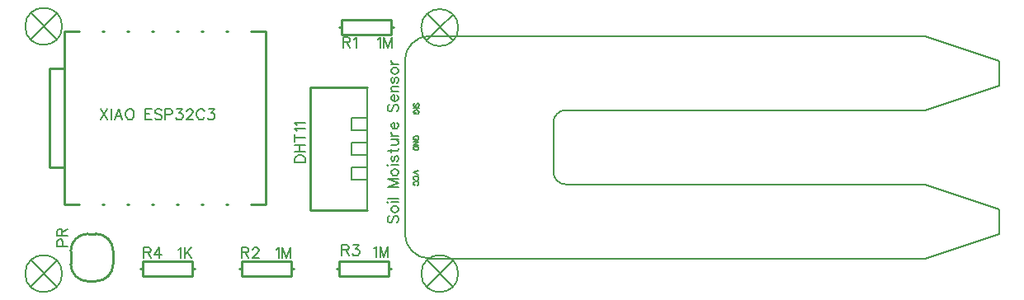
<source format=gto>
G04 Layer: TopSilkscreenLayer*
G04 EasyEDA v6.5.50, 2025-05-01 09:36:35*
G04 b635e82801d84c3784f216ba710eedd8,4ea17189a5af4923b0f09c00d4425dfb,10*
G04 Gerber Generator version 0.2*
G04 Scale: 100 percent, Rotated: No, Reflected: No *
G04 Dimensions in millimeters *
G04 leading zeros omitted , absolute positions ,4 integer and 5 decimal *
%FSLAX45Y45*%
%MOMM*%

%ADD10C,0.1524*%
%ADD11C,0.2540*%
%ADD12C,0.2032*%
%ADD13C,0.2032*%
%ADD14C,0.0155*%

%LPD*%
D10*
X4152900Y4069587D02*
G01*
X4163313Y4074921D01*
X4178808Y4090415D01*
X4178808Y3981450D01*
X4213097Y4090415D02*
G01*
X4213097Y3981450D01*
X4213097Y4090415D02*
G01*
X4254754Y3981450D01*
X4296409Y4090415D02*
G01*
X4254754Y3981450D01*
X4296409Y4090415D02*
G01*
X4296409Y3981450D01*
X3822700Y4103115D02*
G01*
X3822700Y3994150D01*
X3822700Y4103115D02*
G01*
X3869436Y4103115D01*
X3884929Y4098036D01*
X3890263Y4092702D01*
X3895343Y4082287D01*
X3895343Y4071873D01*
X3890263Y4061460D01*
X3884929Y4056379D01*
X3869436Y4051300D01*
X3822700Y4051300D01*
X3859022Y4051300D02*
G01*
X3895343Y3994150D01*
X3940047Y4103115D02*
G01*
X3997197Y4103115D01*
X3966209Y4061460D01*
X3981704Y4061460D01*
X3992118Y4056379D01*
X3997197Y4051300D01*
X4002531Y4035552D01*
X4002531Y4025137D01*
X3997197Y4009644D01*
X3986784Y3999229D01*
X3971290Y3994150D01*
X3955795Y3994150D01*
X3940047Y3999229D01*
X3934968Y4004310D01*
X3929634Y4014723D01*
X1346202Y5500115D02*
G01*
X1418846Y5391150D01*
X1418846Y5500115D02*
G01*
X1346202Y5391150D01*
X1453136Y5500115D02*
G01*
X1453136Y5391150D01*
X1529082Y5500115D02*
G01*
X1487426Y5391150D01*
X1529082Y5500115D02*
G01*
X1570738Y5391150D01*
X1503174Y5427471D02*
G01*
X1554990Y5427471D01*
X1636016Y5500115D02*
G01*
X1625602Y5495036D01*
X1615442Y5484621D01*
X1610108Y5474207D01*
X1605028Y5458460D01*
X1605028Y5432552D01*
X1610108Y5417057D01*
X1615442Y5406644D01*
X1625602Y5396229D01*
X1636016Y5391150D01*
X1656844Y5391150D01*
X1667258Y5396229D01*
X1677672Y5406644D01*
X1682752Y5417057D01*
X1688086Y5432552D01*
X1688086Y5458460D01*
X1682752Y5474207D01*
X1677672Y5484621D01*
X1667258Y5495036D01*
X1656844Y5500115D01*
X1636016Y5500115D01*
X1802386Y5500115D02*
G01*
X1802386Y5391150D01*
X1802386Y5500115D02*
G01*
X1869950Y5500115D01*
X1802386Y5448300D02*
G01*
X1844042Y5448300D01*
X1802386Y5391150D02*
G01*
X1869950Y5391150D01*
X1976884Y5484621D02*
G01*
X1966470Y5495036D01*
X1950976Y5500115D01*
X1930148Y5500115D01*
X1914654Y5495036D01*
X1904240Y5484621D01*
X1904240Y5474207D01*
X1909320Y5463794D01*
X1914654Y5458460D01*
X1925068Y5453379D01*
X1956056Y5442965D01*
X1966470Y5437886D01*
X1971804Y5432552D01*
X1976884Y5422137D01*
X1976884Y5406644D01*
X1966470Y5396229D01*
X1950976Y5391150D01*
X1930148Y5391150D01*
X1914654Y5396229D01*
X1904240Y5406644D01*
X2011174Y5500115D02*
G01*
X2011174Y5391150D01*
X2011174Y5500115D02*
G01*
X2057910Y5500115D01*
X2073658Y5495036D01*
X2078738Y5489702D01*
X2084072Y5479287D01*
X2084072Y5463794D01*
X2078738Y5453379D01*
X2073658Y5448300D01*
X2057910Y5442965D01*
X2011174Y5442965D01*
X2128522Y5500115D02*
G01*
X2185672Y5500115D01*
X2154684Y5458460D01*
X2170178Y5458460D01*
X2180592Y5453379D01*
X2185672Y5448300D01*
X2191006Y5432552D01*
X2191006Y5422137D01*
X2185672Y5406644D01*
X2175512Y5396229D01*
X2159764Y5391150D01*
X2144270Y5391150D01*
X2128522Y5396229D01*
X2123442Y5401310D01*
X2118362Y5411723D01*
X2230376Y5474207D02*
G01*
X2230376Y5479287D01*
X2235710Y5489702D01*
X2240790Y5495036D01*
X2251204Y5500115D01*
X2272032Y5500115D01*
X2282446Y5495036D01*
X2287526Y5489702D01*
X2292860Y5479287D01*
X2292860Y5468873D01*
X2287526Y5458460D01*
X2277112Y5442965D01*
X2225296Y5391150D01*
X2297940Y5391150D01*
X2410208Y5474207D02*
G01*
X2405128Y5484621D01*
X2394714Y5495036D01*
X2384300Y5500115D01*
X2363472Y5500115D01*
X2353058Y5495036D01*
X2342644Y5484621D01*
X2337564Y5474207D01*
X2332230Y5458460D01*
X2332230Y5432552D01*
X2337564Y5417057D01*
X2342644Y5406644D01*
X2353058Y5396229D01*
X2363472Y5391150D01*
X2384300Y5391150D01*
X2394714Y5396229D01*
X2405128Y5406644D01*
X2410208Y5417057D01*
X2454912Y5500115D02*
G01*
X2512062Y5500115D01*
X2480820Y5458460D01*
X2496568Y5458460D01*
X2506982Y5453379D01*
X2512062Y5448300D01*
X2517142Y5432552D01*
X2517142Y5422137D01*
X2512062Y5406644D01*
X2501648Y5396229D01*
X2486154Y5391150D01*
X2470406Y5391150D01*
X2454912Y5396229D01*
X2449832Y5401310D01*
X2444498Y5411723D01*
X3339084Y4953000D02*
G01*
X3448050Y4953000D01*
X3339084Y4953000D02*
G01*
X3339084Y4989321D01*
X3344163Y5005070D01*
X3354577Y5015229D01*
X3364991Y5020563D01*
X3380740Y5025644D01*
X3406647Y5025644D01*
X3422141Y5020563D01*
X3432556Y5015229D01*
X3442970Y5005070D01*
X3448050Y4989321D01*
X3448050Y4953000D01*
X3339084Y5059934D02*
G01*
X3448050Y5059934D01*
X3339084Y5132831D02*
G01*
X3448050Y5132831D01*
X3390900Y5059934D02*
G01*
X3390900Y5132831D01*
X3339084Y5203444D02*
G01*
X3448050Y5203444D01*
X3339084Y5167121D02*
G01*
X3339084Y5239765D01*
X3359911Y5274055D02*
G01*
X3354577Y5284470D01*
X3339084Y5299963D01*
X3448050Y5299963D01*
X3359911Y5334254D02*
G01*
X3354577Y5344668D01*
X3339084Y5360415D01*
X3448050Y5360415D01*
X900684Y4089400D02*
G01*
X1009650Y4089400D01*
X900684Y4089400D02*
G01*
X900684Y4136136D01*
X905763Y4151629D01*
X911097Y4156963D01*
X921512Y4162044D01*
X937005Y4162044D01*
X947420Y4156963D01*
X952500Y4151629D01*
X957834Y4136136D01*
X957834Y4089400D01*
X900684Y4196334D02*
G01*
X1009650Y4196334D01*
X900684Y4196334D02*
G01*
X900684Y4243070D01*
X905763Y4258818D01*
X911097Y4263897D01*
X921512Y4269231D01*
X931926Y4269231D01*
X942339Y4263897D01*
X947420Y4258818D01*
X952500Y4243070D01*
X952500Y4196334D01*
X952500Y4232910D02*
G01*
X1009650Y4269231D01*
X3149600Y4056887D02*
G01*
X3160013Y4062221D01*
X3175508Y4077715D01*
X3175508Y3968750D01*
X3209797Y4077715D02*
G01*
X3209797Y3968750D01*
X3209797Y4077715D02*
G01*
X3251454Y3968750D01*
X3293109Y4077715D02*
G01*
X3251454Y3968750D01*
X3293109Y4077715D02*
G01*
X3293109Y3968750D01*
X2794000Y4077715D02*
G01*
X2794000Y3968750D01*
X2794000Y4077715D02*
G01*
X2840736Y4077715D01*
X2856229Y4072636D01*
X2861563Y4067302D01*
X2866643Y4056887D01*
X2866643Y4046473D01*
X2861563Y4036060D01*
X2856229Y4030979D01*
X2840736Y4025900D01*
X2794000Y4025900D01*
X2830322Y4025900D02*
G01*
X2866643Y3968750D01*
X2906268Y4051807D02*
G01*
X2906268Y4056887D01*
X2911347Y4067302D01*
X2916681Y4072636D01*
X2927095Y4077715D01*
X2947670Y4077715D01*
X2958084Y4072636D01*
X2963418Y4067302D01*
X2968497Y4056887D01*
X2968497Y4046473D01*
X2963418Y4036060D01*
X2953004Y4020565D01*
X2900934Y3968750D01*
X2973831Y3968750D01*
X4191000Y6215887D02*
G01*
X4201413Y6221221D01*
X4216908Y6236715D01*
X4216908Y6127750D01*
X4251197Y6236715D02*
G01*
X4251197Y6127750D01*
X4251197Y6236715D02*
G01*
X4292854Y6127750D01*
X4334509Y6236715D02*
G01*
X4292854Y6127750D01*
X4334509Y6236715D02*
G01*
X4334509Y6127750D01*
X3835400Y6236715D02*
G01*
X3835400Y6127750D01*
X3835400Y6236715D02*
G01*
X3882136Y6236715D01*
X3897629Y6231636D01*
X3902963Y6226302D01*
X3908043Y6215887D01*
X3908043Y6205473D01*
X3902963Y6195060D01*
X3897629Y6189979D01*
X3882136Y6184900D01*
X3835400Y6184900D01*
X3871722Y6184900D02*
G01*
X3908043Y6127750D01*
X3942334Y6215887D02*
G01*
X3952747Y6221221D01*
X3968495Y6236715D01*
X3968495Y6127750D01*
X2146300Y4056887D02*
G01*
X2156713Y4062221D01*
X2172208Y4077715D01*
X2172208Y3968750D01*
X2206497Y4077715D02*
G01*
X2206497Y3968750D01*
X2279395Y4077715D02*
G01*
X2206497Y4005071D01*
X2232659Y4030979D02*
G01*
X2279395Y3968750D01*
X1790700Y4077715D02*
G01*
X1790700Y3968750D01*
X1790700Y4077715D02*
G01*
X1837436Y4077715D01*
X1852929Y4072636D01*
X1858263Y4067302D01*
X1863344Y4056887D01*
X1863344Y4046473D01*
X1858263Y4036060D01*
X1852929Y4030979D01*
X1837436Y4025900D01*
X1790700Y4025900D01*
X1827021Y4025900D02*
G01*
X1863344Y3968750D01*
X1949704Y4077715D02*
G01*
X1897634Y4005071D01*
X1975611Y4005071D01*
X1949704Y4077715D02*
G01*
X1949704Y3968750D01*
X4307077Y4403344D02*
G01*
X4296663Y4392929D01*
X4291584Y4377436D01*
X4291584Y4356607D01*
X4296663Y4341113D01*
X4307077Y4330700D01*
X4317491Y4330700D01*
X4327906Y4335779D01*
X4333240Y4341113D01*
X4338320Y4351528D01*
X4348734Y4382770D01*
X4353813Y4392929D01*
X4359147Y4398263D01*
X4369561Y4403344D01*
X4385056Y4403344D01*
X4395470Y4392929D01*
X4400550Y4377436D01*
X4400550Y4356607D01*
X4395470Y4341113D01*
X4385056Y4330700D01*
X4327906Y4463795D02*
G01*
X4333240Y4453381D01*
X4343400Y4442968D01*
X4359147Y4437634D01*
X4369561Y4437634D01*
X4385056Y4442968D01*
X4395470Y4453381D01*
X4400550Y4463795D01*
X4400550Y4479289D01*
X4395470Y4489704D01*
X4385056Y4500118D01*
X4369561Y4505197D01*
X4359147Y4505197D01*
X4343400Y4500118D01*
X4333240Y4489704D01*
X4327906Y4479289D01*
X4327906Y4463795D01*
X4291584Y4539487D02*
G01*
X4296663Y4544821D01*
X4291584Y4549902D01*
X4286250Y4544821D01*
X4291584Y4539487D01*
X4327906Y4544821D02*
G01*
X4400550Y4544821D01*
X4291584Y4584192D02*
G01*
X4400550Y4584192D01*
X4291584Y4698492D02*
G01*
X4400550Y4698492D01*
X4291584Y4698492D02*
G01*
X4400550Y4740147D01*
X4291584Y4781550D02*
G01*
X4400550Y4740147D01*
X4291584Y4781550D02*
G01*
X4400550Y4781550D01*
X4327906Y4842002D02*
G01*
X4333240Y4831587D01*
X4343400Y4821173D01*
X4359147Y4815839D01*
X4369561Y4815839D01*
X4385056Y4821173D01*
X4395470Y4831587D01*
X4400550Y4842002D01*
X4400550Y4857495D01*
X4395470Y4867910D01*
X4385056Y4878323D01*
X4369561Y4883404D01*
X4359147Y4883404D01*
X4343400Y4878323D01*
X4333240Y4867910D01*
X4327906Y4857495D01*
X4327906Y4842002D01*
X4291584Y4917694D02*
G01*
X4296663Y4923028D01*
X4291584Y4928107D01*
X4286250Y4923028D01*
X4291584Y4917694D01*
X4327906Y4923028D02*
G01*
X4400550Y4923028D01*
X4343400Y5019547D02*
G01*
X4333240Y5014468D01*
X4327906Y4998720D01*
X4327906Y4983226D01*
X4333240Y4967731D01*
X4343400Y4962397D01*
X4353813Y4967731D01*
X4359147Y4978145D01*
X4364227Y5004054D01*
X4369561Y5014468D01*
X4379975Y5019547D01*
X4385056Y5019547D01*
X4395470Y5014468D01*
X4400550Y4998720D01*
X4400550Y4983226D01*
X4395470Y4967731D01*
X4385056Y4962397D01*
X4291584Y5069586D02*
G01*
X4379975Y5069586D01*
X4395470Y5074665D01*
X4400550Y5085079D01*
X4400550Y5095494D01*
X4327906Y5053837D02*
G01*
X4327906Y5090160D01*
X4327906Y5129784D02*
G01*
X4379975Y5129784D01*
X4395470Y5134863D01*
X4400550Y5145278D01*
X4400550Y5161026D01*
X4395470Y5171439D01*
X4379975Y5186934D01*
X4327906Y5186934D02*
G01*
X4400550Y5186934D01*
X4327906Y5221223D02*
G01*
X4400550Y5221223D01*
X4359147Y5221223D02*
G01*
X4343400Y5226304D01*
X4333240Y5236718D01*
X4327906Y5247131D01*
X4327906Y5262879D01*
X4359147Y5297170D02*
G01*
X4359147Y5359400D01*
X4348734Y5359400D01*
X4338320Y5354320D01*
X4333240Y5348986D01*
X4327906Y5338571D01*
X4327906Y5323078D01*
X4333240Y5312663D01*
X4343400Y5302250D01*
X4359147Y5297170D01*
X4369561Y5297170D01*
X4385056Y5302250D01*
X4395470Y5312663D01*
X4400550Y5323078D01*
X4400550Y5338571D01*
X4395470Y5348986D01*
X4385056Y5359400D01*
X4307077Y5546344D02*
G01*
X4296663Y5535929D01*
X4291584Y5520436D01*
X4291584Y5499607D01*
X4296663Y5484113D01*
X4307077Y5473700D01*
X4317491Y5473700D01*
X4327906Y5478779D01*
X4333240Y5484113D01*
X4338320Y5494528D01*
X4348734Y5525770D01*
X4353813Y5535929D01*
X4359147Y5541263D01*
X4369561Y5546344D01*
X4385056Y5546344D01*
X4395470Y5535929D01*
X4400550Y5520436D01*
X4400550Y5499607D01*
X4395470Y5484113D01*
X4385056Y5473700D01*
X4359147Y5580634D02*
G01*
X4359147Y5643118D01*
X4348734Y5643118D01*
X4338320Y5637784D01*
X4333240Y5632704D01*
X4327906Y5622289D01*
X4327906Y5606795D01*
X4333240Y5596381D01*
X4343400Y5585968D01*
X4359147Y5580634D01*
X4369561Y5580634D01*
X4385056Y5585968D01*
X4395470Y5596381D01*
X4400550Y5606795D01*
X4400550Y5622289D01*
X4395470Y5632704D01*
X4385056Y5643118D01*
X4327906Y5677407D02*
G01*
X4400550Y5677407D01*
X4348734Y5677407D02*
G01*
X4333240Y5692902D01*
X4327906Y5703315D01*
X4327906Y5718810D01*
X4333240Y5729223D01*
X4348734Y5734557D01*
X4400550Y5734557D01*
X4343400Y5825997D02*
G01*
X4333240Y5820663D01*
X4327906Y5805170D01*
X4327906Y5789676D01*
X4333240Y5773928D01*
X4343400Y5768847D01*
X4353813Y5773928D01*
X4359147Y5784342D01*
X4364227Y5810250D01*
X4369561Y5820663D01*
X4379975Y5825997D01*
X4385056Y5825997D01*
X4395470Y5820663D01*
X4400550Y5805170D01*
X4400550Y5789676D01*
X4395470Y5773928D01*
X4385056Y5768847D01*
X4327906Y5886195D02*
G01*
X4333240Y5875781D01*
X4343400Y5865368D01*
X4359147Y5860287D01*
X4369561Y5860287D01*
X4385056Y5865368D01*
X4395470Y5875781D01*
X4400550Y5886195D01*
X4400550Y5901689D01*
X4395470Y5912104D01*
X4385056Y5922518D01*
X4369561Y5927852D01*
X4359147Y5927852D01*
X4343400Y5922518D01*
X4333240Y5912104D01*
X4327906Y5901689D01*
X4327906Y5886195D01*
X4327906Y5962142D02*
G01*
X4400550Y5962142D01*
X4359147Y5962142D02*
G01*
X4343400Y5967221D01*
X4333240Y5977636D01*
X4327906Y5988050D01*
X4327906Y6003544D01*
X4597387Y5184139D02*
G01*
X4602467Y5186679D01*
X4607547Y5191760D01*
X4610087Y5196839D01*
X4610087Y5207000D01*
X4607547Y5212079D01*
X4602467Y5217160D01*
X4597387Y5219700D01*
X4589767Y5222239D01*
X4577067Y5222239D01*
X4569447Y5219700D01*
X4564367Y5217160D01*
X4559287Y5212079D01*
X4556747Y5207000D01*
X4556747Y5196839D01*
X4559287Y5191760D01*
X4564367Y5186679D01*
X4569447Y5184139D01*
X4577067Y5184139D01*
X4577067Y5196839D02*
G01*
X4577067Y5184139D01*
X4610087Y5167376D02*
G01*
X4556747Y5167376D01*
X4610087Y5167376D02*
G01*
X4556747Y5131815D01*
X4610087Y5131815D02*
G01*
X4556747Y5131815D01*
X4610087Y5115052D02*
G01*
X4556747Y5115052D01*
X4610087Y5115052D02*
G01*
X4610087Y5097271D01*
X4607547Y5089652D01*
X4602467Y5084571D01*
X4597387Y5082031D01*
X4589767Y5079492D01*
X4577067Y5079492D01*
X4569447Y5082031D01*
X4564367Y5084571D01*
X4559287Y5089652D01*
X4556747Y5097271D01*
X4556747Y5115052D01*
X4605007Y5524500D02*
G01*
X4610087Y5529579D01*
X4612627Y5537200D01*
X4612627Y5547360D01*
X4610087Y5554979D01*
X4605007Y5560060D01*
X4599927Y5560060D01*
X4594847Y5557520D01*
X4592307Y5554979D01*
X4589767Y5549900D01*
X4584687Y5534660D01*
X4582147Y5529579D01*
X4579607Y5527039D01*
X4574527Y5524500D01*
X4566907Y5524500D01*
X4561827Y5529579D01*
X4559287Y5537200D01*
X4559287Y5547360D01*
X4561827Y5554979D01*
X4566907Y5560060D01*
X4612627Y5507736D02*
G01*
X4559287Y5507736D01*
X4599927Y5452871D02*
G01*
X4605007Y5455412D01*
X4610087Y5460492D01*
X4612627Y5465571D01*
X4612627Y5475731D01*
X4610087Y5480812D01*
X4605007Y5485892D01*
X4599927Y5488431D01*
X4592307Y5490971D01*
X4579607Y5490971D01*
X4571987Y5488431D01*
X4566907Y5485892D01*
X4561827Y5480812D01*
X4559287Y5475731D01*
X4559287Y5465571D01*
X4561827Y5460492D01*
X4566907Y5455412D01*
X4571987Y5452871D01*
X4579607Y5452871D01*
X4579607Y5465571D02*
G01*
X4579607Y5452871D01*
X4610087Y4869179D02*
G01*
X4556747Y4848860D01*
X4610087Y4828539D02*
G01*
X4556747Y4848860D01*
X4597387Y4773676D02*
G01*
X4602467Y4776215D01*
X4607547Y4781295D01*
X4610087Y4786376D01*
X4610087Y4796536D01*
X4607547Y4801615D01*
X4602467Y4806695D01*
X4597387Y4809236D01*
X4589767Y4811776D01*
X4577067Y4811776D01*
X4569447Y4809236D01*
X4564367Y4806695D01*
X4559287Y4801615D01*
X4556747Y4796536D01*
X4556747Y4786376D01*
X4559287Y4781295D01*
X4564367Y4776215D01*
X4569447Y4773676D01*
X4597387Y4718812D02*
G01*
X4602467Y4721352D01*
X4607547Y4726431D01*
X4610087Y4731512D01*
X4610087Y4741671D01*
X4607547Y4746752D01*
X4602467Y4751831D01*
X4597387Y4754371D01*
X4589767Y4756912D01*
X4577067Y4756912D01*
X4569447Y4754371D01*
X4564367Y4751831D01*
X4559287Y4746752D01*
X4556747Y4741671D01*
X4556747Y4731512D01*
X4559287Y4726431D01*
X4564367Y4721352D01*
X4569447Y4718812D01*
D11*
X4305300Y3860800D02*
G01*
X4330700Y3860800D01*
X3797300Y3860800D02*
G01*
X3771900Y3860800D01*
X4305300Y3860800D02*
G01*
X4305300Y3784600D01*
X4305300Y3937000D02*
G01*
X4305300Y3860800D01*
X3797300Y3937000D02*
G01*
X4305300Y3937000D01*
X3797300Y3860800D02*
G01*
X3797300Y3937000D01*
X3797300Y3784600D02*
G01*
X3797300Y3860800D01*
X4305300Y3784600D02*
G01*
X3797300Y3784600D01*
X971605Y5918718D02*
G01*
X819602Y5918718D01*
X819602Y4901201D01*
X971605Y4901201D01*
X2632715Y4520201D02*
G01*
X2650484Y4520201D01*
X2378715Y4520201D02*
G01*
X2396487Y4520201D01*
X2124715Y4520201D02*
G01*
X2142487Y4520201D01*
X1870715Y4520201D02*
G01*
X1888487Y4520201D01*
X1616715Y4520201D02*
G01*
X1634487Y4520201D01*
X1362717Y4520201D02*
G01*
X1380487Y4520201D01*
X1126489Y6300198D02*
G01*
X971605Y6300198D01*
X971605Y4520201D01*
X1126489Y4520201D01*
X1380487Y6300198D02*
G01*
X1362717Y6300198D01*
X1634487Y6300198D02*
G01*
X1616715Y6300198D01*
X1888487Y6300198D02*
G01*
X1870715Y6300198D01*
X2142487Y6300198D02*
G01*
X2124715Y6300198D01*
X2396487Y6300198D02*
G01*
X2378715Y6300198D01*
X2650484Y6300198D02*
G01*
X2632715Y6300198D01*
X2886712Y4520201D02*
G01*
X3041601Y4520201D01*
X3041601Y6300198D01*
X2886712Y6300198D01*
X4083811Y5723636D02*
G01*
X3499774Y5723636D01*
X3498837Y5722698D01*
X3498837Y4462701D01*
X4083811Y4462701D01*
D12*
X4083811Y5410200D02*
G01*
X3924300Y5410200D01*
X3924300Y5283200D01*
X4083811Y5283200D01*
X4083811Y5156200D02*
G01*
X3924300Y5156200D01*
X3924300Y5029200D01*
X4083811Y5029200D01*
X4083811Y4902200D02*
G01*
X3924300Y4902200D01*
X3924300Y4775200D01*
X4083811Y4775200D01*
X4083811Y4461763D02*
G01*
X4083811Y5473700D01*
X4083811Y5723636D01*
D11*
X1216660Y4218939D02*
G01*
X1297939Y4218939D01*
X1475739Y4041139D02*
G01*
X1475739Y3909060D01*
X1297939Y3731260D02*
G01*
X1216660Y3731260D01*
X1038860Y3909060D02*
G01*
X1038860Y4041139D01*
X3302000Y3860800D02*
G01*
X3327400Y3860800D01*
X2794000Y3860800D02*
G01*
X2768600Y3860800D01*
X3302000Y3860800D02*
G01*
X3302000Y3784600D01*
X3302000Y3937000D02*
G01*
X3302000Y3860800D01*
X2794000Y3937000D02*
G01*
X3302000Y3937000D01*
X2794000Y3860800D02*
G01*
X2794000Y3937000D01*
X2794000Y3784600D02*
G01*
X2794000Y3860800D01*
X3302000Y3784600D02*
G01*
X2794000Y3784600D01*
X3822700Y6337300D02*
G01*
X3797300Y6337300D01*
X4330700Y6337300D02*
G01*
X4356100Y6337300D01*
X3822700Y6337300D02*
G01*
X3822700Y6413500D01*
X3822700Y6261100D02*
G01*
X3822700Y6337300D01*
X4330700Y6261100D02*
G01*
X3822700Y6261100D01*
X4330700Y6337300D02*
G01*
X4330700Y6261100D01*
X4330700Y6413500D02*
G01*
X4330700Y6337300D01*
X3822700Y6413500D02*
G01*
X4330700Y6413500D01*
X1778000Y3860800D02*
G01*
X1752600Y3860800D01*
X2286000Y3860800D02*
G01*
X2311400Y3860800D01*
X1778000Y3860800D02*
G01*
X1778000Y3937000D01*
X1778000Y3784600D02*
G01*
X1778000Y3860800D01*
X2286000Y3784600D02*
G01*
X1778000Y3784600D01*
X2286000Y3860800D02*
G01*
X2286000Y3784600D01*
X2286000Y3937000D02*
G01*
X2286000Y3860800D01*
X1778000Y3937000D02*
G01*
X2286000Y3937000D01*
D13*
X4721847Y3964939D02*
G01*
X9801847Y3964939D01*
X10563847Y4218939D01*
X10563847Y4472939D01*
X9801847Y4726939D01*
X6118847Y4726939D01*
X4467847Y5996939D02*
G01*
X4467847Y4218939D01*
X6118847Y5488939D02*
G01*
X9801847Y5488939D01*
X10563847Y5742939D01*
X10563847Y5996939D01*
X9801847Y6250939D01*
X4721847Y6250939D01*
X5991847Y4853939D02*
G01*
X5991847Y5361939D01*
D10*
X762000Y6358729D02*
G01*
X635000Y6485729D01*
X635000Y6487144D01*
X762000Y6349987D02*
G01*
X897694Y6214292D01*
X624842Y6217909D02*
G01*
X629920Y6217909D01*
X762000Y6349987D01*
X894085Y6482067D01*
X899162Y6482067D01*
X4826000Y3818729D02*
G01*
X4699000Y3945729D01*
X4699000Y3947144D01*
X4826000Y3809987D02*
G01*
X4961694Y3674292D01*
X4688842Y3677909D02*
G01*
X4693920Y3677909D01*
X4826000Y3809987D01*
X4958085Y3942067D01*
X4963162Y3942067D01*
X4826000Y6346029D02*
G01*
X4699000Y6473029D01*
X4699000Y6474444D01*
X4826000Y6337287D02*
G01*
X4961694Y6201592D01*
X4688842Y6205209D02*
G01*
X4693920Y6205209D01*
X4826000Y6337287D01*
X4958085Y6469367D01*
X4963162Y6469367D01*
X762000Y3818729D02*
G01*
X635000Y3945729D01*
X635000Y3947144D01*
X762000Y3809987D02*
G01*
X897694Y3674292D01*
X624842Y3677909D02*
G01*
X629920Y3677909D01*
X762000Y3809987D01*
X894085Y3942067D01*
X899162Y3942067D01*
D11*
G75*
G01*
X1297940Y4218940D02*
G02*
X1475740Y4041140I0J-177800D01*
G75*
G01*
X1475740Y3909060D02*
G02*
X1297940Y3731260I-177800J0D01*
G75*
G01*
X1216660Y3731260D02*
G02*
X1038860Y3909060I0J177800D01*
G75*
G01*
X1038860Y4041140D02*
G02*
X1216660Y4218940I177800J0D01*
D13*
G75*
G01*
X4467847Y4218940D02*
G03*
X4721847Y3964940I254000J-1D01*
G75*
G01*
X4467847Y5996940D02*
G02*
X4721847Y6250940I254000J1D01*
G75*
G01*
X6118847Y4726940D02*
G02*
X5991847Y4853940I0J127000D01*
G75*
G01*
X6118847Y5488940D02*
G03*
X5991847Y5361940I0J-127000D01*
D10*
G75*
G01*
X951995Y6349987D02*
G03*
X951995Y6349522I-189992J-232D01*
G75*
G01*
X5015995Y3809987D02*
G03*
X5015995Y3809522I-189992J-232D01*
G75*
G01*
X5015995Y6337287D02*
G03*
X5015995Y6336822I-189992J-232D01*
G75*
G01*
X951995Y3809987D02*
G03*
X951995Y3809522I-189992J-232D01*
M02*

</source>
